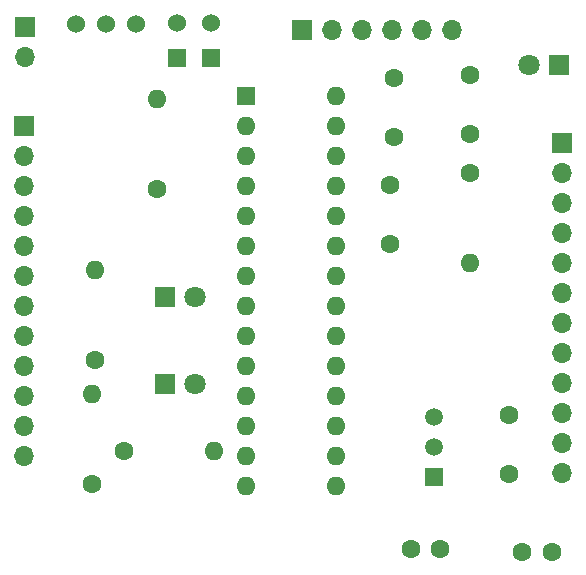
<source format=gbr>
%TF.GenerationSoftware,KiCad,Pcbnew,7.0.1*%
%TF.CreationDate,2023-05-23T13:55:40-05:00*%
%TF.ProjectId,HW4_Design,4857345f-4465-4736-9967-6e2e6b696361,rev?*%
%TF.SameCoordinates,Original*%
%TF.FileFunction,Soldermask,Bot*%
%TF.FilePolarity,Negative*%
%FSLAX46Y46*%
G04 Gerber Fmt 4.6, Leading zero omitted, Abs format (unit mm)*
G04 Created by KiCad (PCBNEW 7.0.1) date 2023-05-23 13:55:40*
%MOMM*%
%LPD*%
G01*
G04 APERTURE LIST*
%ADD10R,1.500000X1.500000*%
%ADD11C,1.500000*%
%ADD12R,1.600000X1.600000*%
%ADD13O,1.600000X1.600000*%
%ADD14C,1.524000*%
%ADD15R,1.524000X1.524000*%
%ADD16C,1.600000*%
%ADD17R,1.700000X1.700000*%
%ADD18O,1.700000X1.700000*%
%ADD19R,1.800000X1.800000*%
%ADD20C,1.800000*%
G04 APERTURE END LIST*
D10*
%TO.C,U2*%
X147025000Y-100350000D03*
D11*
X147025000Y-97810000D03*
X147025000Y-95270000D03*
%TD*%
D12*
%TO.C,U1*%
X131080000Y-68090000D03*
D13*
X131080000Y-70630000D03*
X131080000Y-73170000D03*
X131080000Y-75710000D03*
X131080000Y-78250000D03*
X131080000Y-80790000D03*
X131080000Y-83330000D03*
X131080000Y-85870000D03*
X131080000Y-88410000D03*
X131080000Y-90950000D03*
X131080000Y-93490000D03*
X131080000Y-96030000D03*
X131080000Y-98570000D03*
X131080000Y-101110000D03*
X138700000Y-101110000D03*
X138700000Y-98570000D03*
X138700000Y-96030000D03*
X138700000Y-93490000D03*
X138700000Y-90950000D03*
X138700000Y-88410000D03*
X138700000Y-85870000D03*
X138700000Y-83330000D03*
X138700000Y-80790000D03*
X138700000Y-78250000D03*
X138700000Y-75710000D03*
X138700000Y-73170000D03*
X138700000Y-70630000D03*
X138700000Y-68090000D03*
%TD*%
D14*
%TO.C,SW3*%
X121805000Y-62050000D03*
X119265000Y-62050000D03*
X116725000Y-62050000D03*
%TD*%
%TO.C,SW2*%
X128175000Y-61900000D03*
D15*
X128175000Y-64900000D03*
%TD*%
D14*
%TO.C,SW1*%
X125225000Y-61900000D03*
D15*
X125225000Y-64900000D03*
%TD*%
D16*
%TO.C,R5*%
X118075000Y-100950000D03*
D13*
X118075000Y-93330000D03*
%TD*%
D16*
%TO.C,R4*%
X118325000Y-90425000D03*
D13*
X118325000Y-82805000D03*
%TD*%
D16*
%TO.C,R3*%
X120790000Y-98175000D03*
D13*
X128410000Y-98175000D03*
%TD*%
D16*
%TO.C,R2*%
X123575000Y-76000000D03*
D13*
X123575000Y-68380000D03*
%TD*%
D16*
%TO.C,R1*%
X150075000Y-74600000D03*
D13*
X150075000Y-82220000D03*
%TD*%
D17*
%TO.C,J4*%
X112375000Y-62275000D03*
D18*
X112375000Y-64815000D03*
%TD*%
D17*
%TO.C,J3*%
X135850000Y-62500000D03*
D18*
X138390000Y-62500000D03*
X140930000Y-62500000D03*
X143470000Y-62500000D03*
X146010000Y-62500000D03*
X148550000Y-62500000D03*
%TD*%
D17*
%TO.C,J2*%
X157850000Y-72105000D03*
D18*
X157850000Y-74645000D03*
X157850000Y-77185000D03*
X157850000Y-79725000D03*
X157850000Y-82265000D03*
X157850000Y-84805000D03*
X157850000Y-87345000D03*
X157850000Y-89885000D03*
X157850000Y-92425000D03*
X157850000Y-94965000D03*
X157850000Y-97505000D03*
X157850000Y-100045000D03*
%TD*%
D17*
%TO.C,J1*%
X112300000Y-70685000D03*
D18*
X112300000Y-73225000D03*
X112300000Y-75765000D03*
X112300000Y-78305000D03*
X112300000Y-80845000D03*
X112300000Y-83385000D03*
X112300000Y-85925000D03*
X112300000Y-88465000D03*
X112300000Y-91005000D03*
X112300000Y-93545000D03*
X112300000Y-96085000D03*
X112300000Y-98625000D03*
%TD*%
D19*
%TO.C,D3*%
X124210000Y-92500000D03*
D20*
X126750000Y-92500000D03*
%TD*%
D19*
%TO.C,D2*%
X124225000Y-85150000D03*
D20*
X126765000Y-85150000D03*
%TD*%
D19*
%TO.C,D1*%
X157625000Y-65450000D03*
D20*
X155085000Y-65450000D03*
%TD*%
D16*
%TO.C,C6*%
X147550000Y-106500000D03*
X145050000Y-106500000D03*
%TD*%
%TO.C,C5*%
X143275000Y-80625000D03*
X143275000Y-75625000D03*
%TD*%
%TO.C,C4*%
X154500000Y-106700000D03*
X157000000Y-106700000D03*
%TD*%
%TO.C,C3*%
X153400000Y-95150000D03*
X153400000Y-100150000D03*
%TD*%
%TO.C,C2*%
X150075000Y-66350000D03*
X150075000Y-71350000D03*
%TD*%
%TO.C,C1*%
X143650000Y-66575000D03*
X143650000Y-71575000D03*
%TD*%
M02*

</source>
